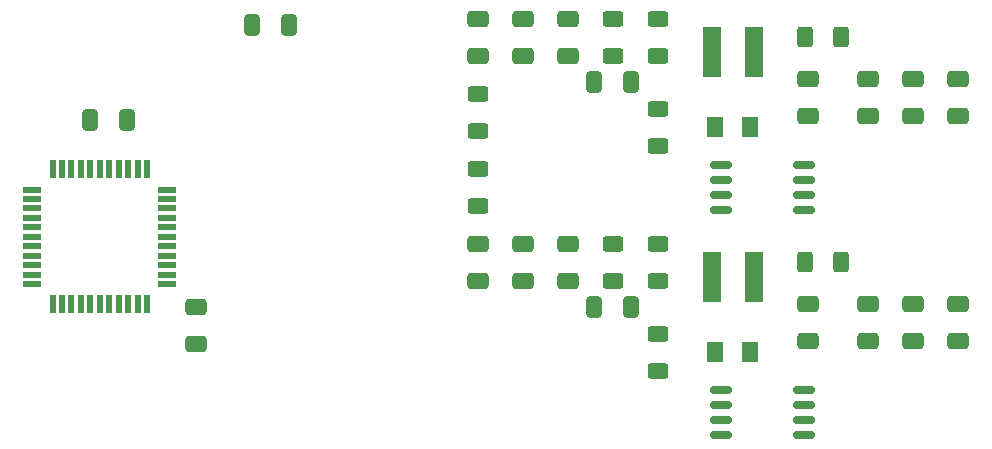
<source format=gtp>
%TF.GenerationSoftware,KiCad,Pcbnew,6.0.1+dfsg-1~bpo11+1*%
%TF.CreationDate,2022-02-25T05:17:48-06:00*%
%TF.ProjectId,raven68k-rev1,72617665-6e36-4386-9b2d-726576312e6b,rev?*%
%TF.SameCoordinates,Original*%
%TF.FileFunction,Paste,Top*%
%TF.FilePolarity,Positive*%
%FSLAX46Y46*%
G04 Gerber Fmt 4.6, Leading zero omitted, Abs format (unit mm)*
G04 Created by KiCad (PCBNEW 6.0.1+dfsg-1~bpo11+1) date 2022-02-25 05:17:48*
%MOMM*%
%LPD*%
G01*
G04 APERTURE LIST*
G04 Aperture macros list*
%AMRoundRect*
0 Rectangle with rounded corners*
0 $1 Rounding radius*
0 $2 $3 $4 $5 $6 $7 $8 $9 X,Y pos of 4 corners*
0 Add a 4 corners polygon primitive as box body*
4,1,4,$2,$3,$4,$5,$6,$7,$8,$9,$2,$3,0*
0 Add four circle primitives for the rounded corners*
1,1,$1+$1,$2,$3*
1,1,$1+$1,$4,$5*
1,1,$1+$1,$6,$7*
1,1,$1+$1,$8,$9*
0 Add four rect primitives between the rounded corners*
20,1,$1+$1,$2,$3,$4,$5,0*
20,1,$1+$1,$4,$5,$6,$7,0*
20,1,$1+$1,$6,$7,$8,$9,0*
20,1,$1+$1,$8,$9,$2,$3,0*%
G04 Aperture macros list end*
%ADD10R,1.500000X0.550000*%
%ADD11R,0.550000X1.500000*%
%ADD12RoundRect,0.250000X-0.412500X-0.650000X0.412500X-0.650000X0.412500X0.650000X-0.412500X0.650000X0*%
%ADD13RoundRect,0.250000X0.650000X-0.412500X0.650000X0.412500X-0.650000X0.412500X-0.650000X-0.412500X0*%
%ADD14RoundRect,0.250000X-0.650000X0.412500X-0.650000X-0.412500X0.650000X-0.412500X0.650000X0.412500X0*%
%ADD15RoundRect,0.250000X-0.625000X0.400000X-0.625000X-0.400000X0.625000X-0.400000X0.625000X0.400000X0*%
%ADD16RoundRect,0.150000X-0.800000X-0.150000X0.800000X-0.150000X0.800000X0.150000X-0.800000X0.150000X0*%
%ADD17RoundRect,0.250000X-0.400000X-0.625000X0.400000X-0.625000X0.400000X0.625000X-0.400000X0.625000X0*%
%ADD18RoundRect,0.250001X-0.462499X-0.624999X0.462499X-0.624999X0.462499X0.624999X-0.462499X0.624999X0*%
%ADD19RoundRect,0.250000X0.625000X-0.400000X0.625000X0.400000X-0.625000X0.400000X-0.625000X-0.400000X0*%
%ADD20R,1.500000X4.200000*%
G04 APERTURE END LIST*
D10*
%TO.C,U3*%
X136286000Y-54801000D03*
X136286000Y-55601000D03*
X136286000Y-56401000D03*
X136286000Y-57201000D03*
X136286000Y-58001000D03*
X136286000Y-58801000D03*
X136286000Y-59601000D03*
X136286000Y-60401000D03*
X136286000Y-61201000D03*
X136286000Y-62001000D03*
X136286000Y-62801000D03*
D11*
X137986000Y-64501000D03*
X138786000Y-64501000D03*
X139586000Y-64501000D03*
X140386000Y-64501000D03*
X141186000Y-64501000D03*
X141986000Y-64501000D03*
X142786000Y-64501000D03*
X143586000Y-64501000D03*
X144386000Y-64501000D03*
X145186000Y-64501000D03*
X145986000Y-64501000D03*
D10*
X147686000Y-62801000D03*
X147686000Y-62001000D03*
X147686000Y-61201000D03*
X147686000Y-60401000D03*
X147686000Y-59601000D03*
X147686000Y-58801000D03*
X147686000Y-58001000D03*
X147686000Y-57201000D03*
X147686000Y-56401000D03*
X147686000Y-55601000D03*
X147686000Y-54801000D03*
D11*
X145986000Y-53101000D03*
X145186000Y-53101000D03*
X144386000Y-53101000D03*
X143586000Y-53101000D03*
X142786000Y-53101000D03*
X141986000Y-53101000D03*
X141186000Y-53101000D03*
X140386000Y-53101000D03*
X139586000Y-53101000D03*
X138786000Y-53101000D03*
X137986000Y-53101000D03*
%TD*%
D12*
%TO.C,C3*%
X141185500Y-48895000D03*
X144310500Y-48895000D03*
%TD*%
D13*
%TO.C,C4*%
X150114000Y-67856500D03*
X150114000Y-64731500D03*
%TD*%
D14*
%TO.C,C12*%
X214630000Y-45427500D03*
X214630000Y-48552500D03*
%TD*%
%TO.C,C13*%
X214630000Y-64477500D03*
X214630000Y-67602500D03*
%TD*%
%TO.C,C14*%
X210820000Y-45427500D03*
X210820000Y-48552500D03*
%TD*%
%TO.C,C15*%
X210820000Y-64477500D03*
X210820000Y-67602500D03*
%TD*%
%TO.C,C16*%
X207010000Y-45427500D03*
X207010000Y-48552500D03*
%TD*%
%TO.C,C17*%
X207010000Y-64477500D03*
X207010000Y-67602500D03*
%TD*%
%TO.C,C18*%
X201930000Y-45427500D03*
X201930000Y-48552500D03*
%TD*%
%TO.C,C19*%
X201930000Y-64477500D03*
X201930000Y-67602500D03*
%TD*%
D12*
%TO.C,C20*%
X183857500Y-45720000D03*
X186982500Y-45720000D03*
%TD*%
%TO.C,C21*%
X183857500Y-64770000D03*
X186982500Y-64770000D03*
%TD*%
D13*
%TO.C,C22*%
X181610000Y-43472500D03*
X181610000Y-40347500D03*
%TD*%
%TO.C,C23*%
X181610000Y-62522500D03*
X181610000Y-59397500D03*
%TD*%
%TO.C,C24*%
X177800000Y-43472500D03*
X177800000Y-40347500D03*
%TD*%
%TO.C,C25*%
X177800000Y-62522500D03*
X177800000Y-59397500D03*
%TD*%
%TO.C,C26*%
X173990000Y-43472500D03*
X173990000Y-40347500D03*
%TD*%
%TO.C,C27*%
X173990000Y-62522500D03*
X173990000Y-59397500D03*
%TD*%
D15*
%TO.C,R20*%
X173990000Y-46710000D03*
X173990000Y-49810000D03*
%TD*%
D16*
%TO.C,IC2*%
X194620000Y-71755000D03*
X194620000Y-73025000D03*
X194620000Y-74295000D03*
X194620000Y-75565000D03*
X201620000Y-75565000D03*
X201620000Y-74295000D03*
X201620000Y-73025000D03*
X201620000Y-71755000D03*
%TD*%
D15*
%TO.C,R17*%
X185420000Y-40360000D03*
X185420000Y-43460000D03*
%TD*%
D17*
%TO.C,R11*%
X201650000Y-41910000D03*
X204750000Y-41910000D03*
%TD*%
D18*
%TO.C,D1*%
X194092500Y-49530000D03*
X197067500Y-49530000D03*
%TD*%
D15*
%TO.C,R13*%
X189230000Y-40360000D03*
X189230000Y-43460000D03*
%TD*%
D17*
%TO.C,R12*%
X201650000Y-60960000D03*
X204750000Y-60960000D03*
%TD*%
D18*
%TO.C,D2*%
X194092500Y-68580000D03*
X197067500Y-68580000D03*
%TD*%
D16*
%TO.C,IC1*%
X194620000Y-52705000D03*
X194620000Y-53975000D03*
X194620000Y-55245000D03*
X194620000Y-56515000D03*
X201620000Y-56515000D03*
X201620000Y-55245000D03*
X201620000Y-53975000D03*
X201620000Y-52705000D03*
%TD*%
D19*
%TO.C,R19*%
X173990000Y-56160000D03*
X173990000Y-53060000D03*
%TD*%
D15*
%TO.C,R15*%
X189230000Y-59410000D03*
X189230000Y-62510000D03*
%TD*%
%TO.C,R14*%
X189230000Y-47980000D03*
X189230000Y-51080000D03*
%TD*%
D12*
%TO.C,C28*%
X154901500Y-40894000D03*
X158026500Y-40894000D03*
%TD*%
D20*
%TO.C,L1*%
X197380000Y-43180000D03*
X193780000Y-43180000D03*
%TD*%
D15*
%TO.C,R16*%
X189230000Y-67030000D03*
X189230000Y-70130000D03*
%TD*%
D20*
%TO.C,L2*%
X197380000Y-62230000D03*
X193780000Y-62230000D03*
%TD*%
D15*
%TO.C,R18*%
X185420000Y-59410000D03*
X185420000Y-62510000D03*
%TD*%
M02*

</source>
